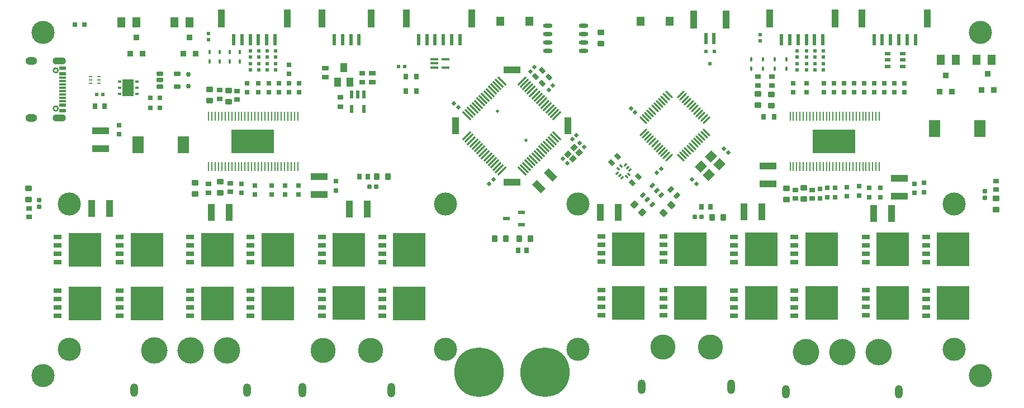
<source format=gtl>
G04*
G04 #@! TF.GenerationSoftware,Altium Limited,Altium Designer,24.0.1 (36)*
G04*
G04 Layer_Physical_Order=1*
G04 Layer_Color=255*
%FSLAX44Y44*%
%MOMM*%
G71*
G04*
G04 #@! TF.SameCoordinates,B4139D88-366C-407F-81F0-E15026D8F30D*
G04*
G04*
G04 #@! TF.FilePolarity,Positive*
G04*
G01*
G75*
%ADD11C,0.2540*%
G04:AMPARAMS|DCode=25|XSize=1mm|YSize=0.9mm|CornerRadius=0.1125mm|HoleSize=0mm|Usage=FLASHONLY|Rotation=270.000|XOffset=0mm|YOffset=0mm|HoleType=Round|Shape=RoundedRectangle|*
%AMROUNDEDRECTD25*
21,1,1.0000,0.6750,0,0,270.0*
21,1,0.7750,0.9000,0,0,270.0*
1,1,0.2250,-0.3375,-0.3875*
1,1,0.2250,-0.3375,0.3875*
1,1,0.2250,0.3375,0.3875*
1,1,0.2250,0.3375,-0.3875*
%
%ADD25ROUNDEDRECTD25*%
%ADD26R,1.0500X0.6000*%
G04:AMPARAMS|DCode=27|XSize=0.58mm|YSize=0.58mm|CornerRadius=0.1508mm|HoleSize=0mm|Usage=FLASHONLY|Rotation=270.000|XOffset=0mm|YOffset=0mm|HoleType=Round|Shape=RoundedRectangle|*
%AMROUNDEDRECTD27*
21,1,0.5800,0.2784,0,0,270.0*
21,1,0.2784,0.5800,0,0,270.0*
1,1,0.3016,-0.1392,-0.1392*
1,1,0.3016,-0.1392,0.1392*
1,1,0.3016,0.1392,0.1392*
1,1,0.3016,0.1392,-0.1392*
%
%ADD27ROUNDEDRECTD27*%
%ADD28R,0.7000X0.8500*%
%ADD29R,1.1000X2.6000*%
%ADD30R,1.2700X1.5240*%
G04:AMPARAMS|DCode=31|XSize=0.4mm|YSize=0.64mm|CornerRadius=0.1mm|HoleSize=0mm|Usage=FLASHONLY|Rotation=0.000|XOffset=0mm|YOffset=0mm|HoleType=Round|Shape=RoundedRectangle|*
%AMROUNDEDRECTD31*
21,1,0.4000,0.4400,0,0,0.0*
21,1,0.2000,0.6400,0,0,0.0*
1,1,0.2000,0.1000,-0.2200*
1,1,0.2000,-0.1000,-0.2200*
1,1,0.2000,-0.1000,0.2200*
1,1,0.2000,0.1000,0.2200*
%
%ADD31ROUNDEDRECTD31*%
%ADD32R,0.8000X0.9500*%
%ADD33R,1.6510X2.5400*%
%ADD34R,0.8000X0.8000*%
%ADD35R,1.0000X1.4000*%
%ADD36R,0.9000X0.9500*%
%ADD37R,0.9000X0.9500*%
G04:AMPARAMS|DCode=40|XSize=0.6mm|YSize=0.6mm|CornerRadius=0.06mm|HoleSize=0mm|Usage=FLASHONLY|Rotation=180.000|XOffset=0mm|YOffset=0mm|HoleType=Round|Shape=RoundedRectangle|*
%AMROUNDEDRECTD40*
21,1,0.6000,0.4800,0,0,180.0*
21,1,0.4800,0.6000,0,0,180.0*
1,1,0.1200,-0.2400,0.2400*
1,1,0.1200,0.2400,0.2400*
1,1,0.1200,0.2400,-0.2400*
1,1,0.1200,-0.2400,-0.2400*
%
%ADD40ROUNDEDRECTD40*%
%ADD41R,1.2300X1.3600*%
%ADD42R,1.2000X0.4000*%
G04:AMPARAMS|DCode=43|XSize=0.3mm|YSize=1.7mm|CornerRadius=0mm|HoleSize=0mm|Usage=FLASHONLY|Rotation=225.000|XOffset=0mm|YOffset=0mm|HoleType=Round|Shape=Rectangle|*
%AMROTATEDRECTD43*
4,1,4,-0.4950,0.7071,0.7071,-0.4950,0.4950,-0.7071,-0.7071,0.4950,-0.4950,0.7071,0.0*
%
%ADD43ROTATEDRECTD43*%

G04:AMPARAMS|DCode=44|XSize=0.3mm|YSize=1.7mm|CornerRadius=0mm|HoleSize=0mm|Usage=FLASHONLY|Rotation=135.000|XOffset=0mm|YOffset=0mm|HoleType=Round|Shape=Rectangle|*
%AMROTATEDRECTD44*
4,1,4,0.7071,0.4950,-0.4950,-0.7071,-0.7071,-0.4950,0.4950,0.7071,0.7071,0.4950,0.0*
%
%ADD44ROTATEDRECTD44*%

%ADD45R,1.0000X2.5000*%
%ADD46R,2.5000X1.0000*%
%ADD47R,0.6000X1.3000*%
G04:AMPARAMS|DCode=48|XSize=0.25mm|YSize=1.55mm|CornerRadius=0mm|HoleSize=0mm|Usage=FLASHONLY|Rotation=225.000|XOffset=0mm|YOffset=0mm|HoleType=Round|Shape=Round|*
%AMOVALD48*
21,1,1.3000,0.2500,0.0000,0.0000,315.0*
1,1,0.2500,-0.4596,0.4596*
1,1,0.2500,0.4596,-0.4596*
%
%ADD48OVALD48*%

G04:AMPARAMS|DCode=49|XSize=0.25mm|YSize=1.55mm|CornerRadius=0mm|HoleSize=0mm|Usage=FLASHONLY|Rotation=135.000|XOffset=0mm|YOffset=0mm|HoleType=Round|Shape=Round|*
%AMOVALD49*
21,1,1.3000,0.2500,0.0000,0.0000,225.0*
1,1,0.2500,0.4596,0.4596*
1,1,0.2500,-0.4596,-0.4596*
%
%ADD49OVALD49*%

%ADD50R,1.7000X2.5000*%
%ADD51R,0.5000X0.4500*%
G04:AMPARAMS|DCode=52|XSize=0.6mm|YSize=1mm|CornerRadius=0.075mm|HoleSize=0mm|Usage=FLASHONLY|Rotation=270.000|XOffset=0mm|YOffset=0mm|HoleType=Round|Shape=RoundedRectangle|*
%AMROUNDEDRECTD52*
21,1,0.6000,0.8500,0,0,270.0*
21,1,0.4500,1.0000,0,0,270.0*
1,1,0.1500,-0.4250,-0.2250*
1,1,0.1500,-0.4250,0.2250*
1,1,0.1500,0.4250,0.2250*
1,1,0.1500,0.4250,-0.2250*
%
%ADD52ROUNDEDRECTD52*%
%ADD53R,0.6000X0.2500*%
%ADD54R,6.4000X3.5999*%
%ADD55R,0.2794X1.4732*%
G04:AMPARAMS|DCode=56|XSize=0.3mm|YSize=0.5mm|CornerRadius=0mm|HoleSize=0mm|Usage=FLASHONLY|Rotation=225.000|XOffset=0mm|YOffset=0mm|HoleType=Round|Shape=Rectangle|*
%AMROTATEDRECTD56*
4,1,4,-0.0707,0.2828,0.2828,-0.0707,0.0707,-0.2828,-0.2828,0.0707,-0.0707,0.2828,0.0*
%
%ADD56ROTATEDRECTD56*%

G04:AMPARAMS|DCode=57|XSize=0.3mm|YSize=0.5mm|CornerRadius=0mm|HoleSize=0mm|Usage=FLASHONLY|Rotation=315.000|XOffset=0mm|YOffset=0mm|HoleType=Round|Shape=Rectangle|*
%AMROTATEDRECTD57*
4,1,4,-0.2828,-0.0707,0.0707,0.2828,0.2828,0.0707,-0.0707,-0.2828,-0.2828,-0.0707,0.0*
%
%ADD57ROTATEDRECTD57*%

%ADD58R,0.6000X1.7000*%
%ADD59R,1.0000X2.8000*%
G04:AMPARAMS|DCode=60|XSize=0.8mm|YSize=0.5mm|CornerRadius=0mm|HoleSize=0mm|Usage=FLASHONLY|Rotation=45.000|XOffset=0mm|YOffset=0mm|HoleType=Round|Shape=Rectangle|*
%AMROTATEDRECTD60*
4,1,4,-0.1061,-0.4596,-0.4596,-0.1061,0.1061,0.4596,0.4596,0.1061,-0.1061,-0.4596,0.0*
%
%ADD60ROTATEDRECTD60*%

%ADD61R,0.9500X0.6000*%
G04:AMPARAMS|DCode=62|XSize=1.8mm|YSize=1mm|CornerRadius=0mm|HoleSize=0mm|Usage=FLASHONLY|Rotation=315.000|XOffset=0mm|YOffset=0mm|HoleType=Round|Shape=Rectangle|*
%AMROTATEDRECTD62*
4,1,4,-0.9900,0.2828,-0.2828,0.9900,0.9900,-0.2828,0.2828,-0.9900,-0.9900,0.2828,0.0*
%
%ADD62ROTATEDRECTD62*%

G04:AMPARAMS|DCode=63|XSize=0.85mm|YSize=0.75mm|CornerRadius=0mm|HoleSize=0mm|Usage=FLASHONLY|Rotation=45.000|XOffset=0mm|YOffset=0mm|HoleType=Round|Shape=Rectangle|*
%AMROTATEDRECTD63*
4,1,4,-0.0354,-0.5657,-0.5657,-0.0354,0.0354,0.5657,0.5657,0.0354,-0.0354,-0.5657,0.0*
%
%ADD63ROTATEDRECTD63*%

G04:AMPARAMS|DCode=64|XSize=1.4mm|YSize=1.2mm|CornerRadius=0mm|HoleSize=0mm|Usage=FLASHONLY|Rotation=45.000|XOffset=0mm|YOffset=0mm|HoleType=Round|Shape=Rectangle|*
%AMROTATEDRECTD64*
4,1,4,-0.0707,-0.9192,-0.9192,-0.0707,0.0707,0.9192,0.9192,0.0707,-0.0707,-0.9192,0.0*
%
%ADD64ROTATEDRECTD64*%

%ADD65R,0.7620X0.7620*%
%ADD66R,0.8500X0.7000*%
G04:AMPARAMS|DCode=67|XSize=0.56mm|YSize=0.51mm|CornerRadius=0mm|HoleSize=0mm|Usage=FLASHONLY|Rotation=45.000|XOffset=0mm|YOffset=0mm|HoleType=Round|Shape=Rectangle|*
%AMROTATEDRECTD67*
4,1,4,-0.0177,-0.3783,-0.3783,-0.0177,0.0177,0.3783,0.3783,0.0177,-0.0177,-0.3783,0.0*
%
%ADD67ROTATEDRECTD67*%

G04:AMPARAMS|DCode=68|XSize=0.89mm|YSize=0.64mm|CornerRadius=0mm|HoleSize=0mm|Usage=FLASHONLY|Rotation=135.000|XOffset=0mm|YOffset=0mm|HoleType=Round|Shape=Rectangle|*
%AMROTATEDRECTD68*
4,1,4,0.5409,-0.0884,0.0884,-0.5409,-0.5409,0.0884,-0.0884,0.5409,0.5409,-0.0884,0.0*
%
%ADD68ROTATEDRECTD68*%

%ADD69R,0.7620X0.7620*%
%ADD70R,1.0000X0.6400*%
G04:AMPARAMS|DCode=71|XSize=1mm|YSize=0.9mm|CornerRadius=0.1125mm|HoleSize=0mm|Usage=FLASHONLY|Rotation=180.000|XOffset=0mm|YOffset=0mm|HoleType=Round|Shape=RoundedRectangle|*
%AMROUNDEDRECTD71*
21,1,1.0000,0.6750,0,0,180.0*
21,1,0.7750,0.9000,0,0,180.0*
1,1,0.2250,-0.3875,0.3375*
1,1,0.2250,0.3875,0.3375*
1,1,0.2250,0.3875,-0.3375*
1,1,0.2250,-0.3875,-0.3375*
%
%ADD71ROUNDEDRECTD71*%
G04:AMPARAMS|DCode=72|XSize=0.56mm|YSize=0.51mm|CornerRadius=0mm|HoleSize=0mm|Usage=FLASHONLY|Rotation=135.000|XOffset=0mm|YOffset=0mm|HoleType=Round|Shape=Rectangle|*
%AMROTATEDRECTD72*
4,1,4,0.3783,-0.0177,0.0177,-0.3783,-0.3783,0.0177,-0.0177,0.3783,0.3783,-0.0177,0.0*
%
%ADD72ROTATEDRECTD72*%

%ADD73R,2.6000X1.1000*%
%ADD74R,0.6400X0.8900*%
%ADD75R,0.5100X0.5600*%
%ADD76O,1.4500X0.6000*%
%ADD77R,0.8900X0.6400*%
G04:AMPARAMS|DCode=78|XSize=0.85mm|YSize=0.7mm|CornerRadius=0mm|HoleSize=0mm|Usage=FLASHONLY|Rotation=315.000|XOffset=0mm|YOffset=0mm|HoleType=Round|Shape=Rectangle|*
%AMROTATEDRECTD78*
4,1,4,-0.5480,0.0530,-0.0530,0.5480,0.5480,-0.0530,0.0530,-0.5480,-0.5480,0.0530,0.0*
%
%ADD78ROTATEDRECTD78*%

G04:AMPARAMS|DCode=79|XSize=0.85mm|YSize=0.7mm|CornerRadius=0mm|HoleSize=0mm|Usage=FLASHONLY|Rotation=45.000|XOffset=0mm|YOffset=0mm|HoleType=Round|Shape=Rectangle|*
%AMROTATEDRECTD79*
4,1,4,-0.0530,-0.5480,-0.5480,-0.0530,0.0530,0.5480,0.5480,0.0530,-0.0530,-0.5480,0.0*
%
%ADD79ROTATEDRECTD79*%

G04:AMPARAMS|DCode=80|XSize=0.6mm|YSize=0.6mm|CornerRadius=0.06mm|HoleSize=0mm|Usage=FLASHONLY|Rotation=270.000|XOffset=0mm|YOffset=0mm|HoleType=Round|Shape=RoundedRectangle|*
%AMROUNDEDRECTD80*
21,1,0.6000,0.4800,0,0,270.0*
21,1,0.4800,0.6000,0,0,270.0*
1,1,0.1200,-0.2400,-0.2400*
1,1,0.1200,-0.2400,0.2400*
1,1,0.1200,0.2400,0.2400*
1,1,0.1200,0.2400,-0.2400*
%
%ADD80ROUNDEDRECTD80*%
G04:AMPARAMS|DCode=81|XSize=1mm|YSize=0.9mm|CornerRadius=0.1125mm|HoleSize=0mm|Usage=FLASHONLY|Rotation=315.000|XOffset=0mm|YOffset=0mm|HoleType=Round|Shape=RoundedRectangle|*
%AMROUNDEDRECTD81*
21,1,1.0000,0.6750,0,0,315.0*
21,1,0.7750,0.9000,0,0,315.0*
1,1,0.2250,0.0354,-0.5127*
1,1,0.2250,-0.5127,0.0354*
1,1,0.2250,-0.0354,0.5127*
1,1,0.2250,0.5127,-0.0354*
%
%ADD81ROUNDEDRECTD81*%
G04:AMPARAMS|DCode=82|XSize=1mm|YSize=0.9mm|CornerRadius=0.1125mm|HoleSize=0mm|Usage=FLASHONLY|Rotation=225.000|XOffset=0mm|YOffset=0mm|HoleType=Round|Shape=RoundedRectangle|*
%AMROUNDEDRECTD82*
21,1,1.0000,0.6750,0,0,225.0*
21,1,0.7750,0.9000,0,0,225.0*
1,1,0.2250,-0.5127,-0.0354*
1,1,0.2250,0.0354,0.5127*
1,1,0.2250,0.5127,0.0354*
1,1,0.2250,-0.0354,-0.5127*
%
%ADD82ROUNDEDRECTD82*%
%ADD130R,0.6000X0.5500*%
%ADD153R,1.2700X0.7620*%
%ADD154R,5.0000X5.1999*%
%ADD155C,0.7620*%
%ADD156R,1.1000X0.5500*%
%ADD157R,1.1000X0.3000*%
%ADD158C,3.8000*%
%ADD159O,1.2000X2.2000*%
%ADD160C,7.5000*%
%ADD161C,0.5000*%
%ADD162O,1.2000X2.0000*%
%ADD163C,4.0000*%
%ADD164O,1.8000X1.2000*%
%ADD165O,2.0000X1.1000*%
%ADD166C,0.7000*%
%ADD167C,3.5000*%
D11*
X62799Y444648D02*
G03*
X62799Y444648I-3500J0D01*
G01*
X62799Y502449D02*
G03*
X62799Y502449I-3500J0D01*
G01*
D25*
X741290Y247650D02*
D03*
X724290D02*
D03*
X761120D02*
D03*
X778120D02*
D03*
X1070400Y279746D02*
D03*
X562220Y341630D02*
D03*
X545220D02*
D03*
X1053400Y279746D02*
D03*
D26*
X741610Y278130D02*
D03*
X764610Y287630D02*
D03*
Y268630D02*
D03*
D27*
X1126490Y556260D02*
D03*
X1126490Y547060D02*
D03*
X1182370Y531650D02*
D03*
Y522450D02*
D03*
X392430Y503400D02*
D03*
X379730Y503400D02*
D03*
X367030Y503400D02*
D03*
X354330D02*
D03*
X1221740Y503400D02*
D03*
X1209040D02*
D03*
X1196340D02*
D03*
X1182370D02*
D03*
X290830Y558320D02*
D03*
Y549120D02*
D03*
X1196340Y512600D02*
D03*
Y522450D02*
D03*
X1182370Y512600D02*
D03*
X1209040Y512600D02*
D03*
Y522450D02*
D03*
X1221740Y512600D02*
D03*
Y522450D02*
D03*
X367030Y512600D02*
D03*
Y522450D02*
D03*
X354330Y512600D02*
D03*
Y522450D02*
D03*
X379730Y512600D02*
D03*
Y522450D02*
D03*
X392430Y512600D02*
D03*
X392430Y522450D02*
D03*
X392430Y531650D02*
D03*
X379730Y531650D02*
D03*
X367030Y531650D02*
D03*
X354330D02*
D03*
X1221740D02*
D03*
X1209040Y531650D02*
D03*
X1196340Y531650D02*
D03*
D28*
X759310Y229870D02*
D03*
X772310D02*
D03*
X1050538Y295884D02*
D03*
X519280Y341630D02*
D03*
X532280D02*
D03*
X1037538Y295884D02*
D03*
D29*
X1324940Y285750D02*
D03*
X1297940D02*
D03*
X113500Y293370D02*
D03*
X140500D02*
D03*
X322110Y287020D02*
D03*
X530860Y292100D02*
D03*
X884390Y287020D02*
D03*
X1101560Y288290D02*
D03*
X295110Y287020D02*
D03*
X503860Y292100D02*
D03*
X911390Y287020D02*
D03*
X1128560Y288290D02*
D03*
D30*
X181430Y575000D02*
D03*
X158570D02*
D03*
X238570D02*
D03*
X261430D02*
D03*
X1454150Y518160D02*
D03*
X1477010D02*
D03*
X1399540D02*
D03*
X1422400D02*
D03*
D31*
X1112520Y504510D02*
D03*
X1112520Y519110D02*
D03*
X1130300Y519110D02*
D03*
Y504510D02*
D03*
X337820Y515940D02*
D03*
X322580Y515940D02*
D03*
X307340Y515940D02*
D03*
X292100D02*
D03*
X1165860Y504510D02*
D03*
X1148080Y504510D02*
D03*
Y519110D02*
D03*
X1165860Y519110D02*
D03*
X307340Y530540D02*
D03*
X292100Y530540D02*
D03*
X322580D02*
D03*
X337820D02*
D03*
D32*
X1131190Y431800D02*
D03*
X1147190D02*
D03*
X589170Y492760D02*
D03*
X605170D02*
D03*
X589170Y471170D02*
D03*
X605170D02*
D03*
D33*
X184150Y389890D02*
D03*
X252730D02*
D03*
X1390650Y414020D02*
D03*
X1459230D02*
D03*
D34*
X87870Y571500D02*
D03*
X102870D02*
D03*
D35*
X495300Y506300D02*
D03*
X504800Y484300D02*
D03*
X485800D02*
D03*
D36*
X191110Y527500D02*
D03*
X271120Y527500D02*
D03*
X1480160Y472640D02*
D03*
X1416660Y470100D02*
D03*
D37*
X181610Y552500D02*
D03*
X172110Y527500D02*
D03*
X252120Y527500D02*
D03*
X261620Y552500D02*
D03*
X1461160Y472640D02*
D03*
X1470660Y497640D02*
D03*
X1397660Y470100D02*
D03*
X1407160Y495100D02*
D03*
D40*
X34290Y295990D02*
D03*
Y305990D02*
D03*
X1466850Y309400D02*
D03*
Y319400D02*
D03*
D41*
X945492Y576798D02*
D03*
X989191D02*
D03*
X776383Y576952D02*
D03*
X732685D02*
D03*
D42*
X632850Y519580D02*
D03*
X632850Y513080D02*
D03*
X632850Y506580D02*
D03*
X649850D02*
D03*
Y519580D02*
D03*
D43*
X772274Y357085D02*
D03*
X775809Y360621D02*
D03*
X779345Y364156D02*
D03*
X782880Y367692D02*
D03*
X786416Y371227D02*
D03*
X797023Y381834D02*
D03*
X804094Y388905D02*
D03*
X807629Y392441D02*
D03*
X811165Y395976D02*
D03*
X814700Y399512D02*
D03*
X818236Y403047D02*
D03*
X734797Y486486D02*
D03*
X731262Y482950D02*
D03*
X727726Y479415D02*
D03*
X724191Y475879D02*
D03*
X720655Y472344D02*
D03*
X717120Y468808D02*
D03*
X713584Y465273D02*
D03*
X710049Y461737D02*
D03*
X706513Y458201D02*
D03*
X702977Y454666D02*
D03*
X699442Y451130D02*
D03*
X695906Y447595D02*
D03*
X692371Y444059D02*
D03*
X688835Y440524D02*
D03*
X685300Y436988D02*
D03*
X681764Y433453D02*
D03*
X793487Y378298D02*
D03*
X800558Y385369D02*
D03*
X789952Y374763D02*
D03*
X768738Y353550D02*
D03*
X765203Y350014D02*
D03*
D44*
X818236Y433453D02*
D03*
X814700Y436988D02*
D03*
X811165Y440524D02*
D03*
X807629Y444059D02*
D03*
X804094Y447595D02*
D03*
X800558Y451130D02*
D03*
X797023Y454666D02*
D03*
X793487Y458201D02*
D03*
X789952Y461737D02*
D03*
X786416Y465273D02*
D03*
X782880Y468808D02*
D03*
X779345Y472344D02*
D03*
X768738Y482950D02*
D03*
X765203Y486486D02*
D03*
X688835Y395976D02*
D03*
X692371Y392441D02*
D03*
X695906Y388905D02*
D03*
X699442Y385369D02*
D03*
X702977Y381834D02*
D03*
X706513Y378298D02*
D03*
X710049Y374763D02*
D03*
X713584Y371227D02*
D03*
X717120Y367692D02*
D03*
X724191Y360621D02*
D03*
X727726Y357085D02*
D03*
X731262Y353550D02*
D03*
X734797Y350014D02*
D03*
X685300Y399512D02*
D03*
X775809Y475879D02*
D03*
X772274Y479415D02*
D03*
X720655Y364156D02*
D03*
X681764Y403047D02*
D03*
D45*
X665147Y418250D02*
D03*
X834853D02*
D03*
D46*
X750000Y333397D02*
D03*
Y503103D02*
D03*
D47*
X526390Y465660D02*
D03*
X516890Y465660D02*
D03*
X507390D02*
D03*
X507390Y443660D02*
D03*
X526390Y443660D02*
D03*
D48*
X1005966Y369924D02*
D03*
X1009501Y373459D02*
D03*
X1013037Y376995D02*
D03*
X1016572Y380530D02*
D03*
X1020108Y384066D02*
D03*
X1023643Y387601D02*
D03*
X1027179Y391137D02*
D03*
X1030714Y394672D02*
D03*
X1034250Y398208D02*
D03*
X1037785Y401743D02*
D03*
X1041321Y405279D02*
D03*
X1044856Y408814D02*
D03*
X987934Y465737D02*
D03*
X984399Y462201D02*
D03*
X980863Y458665D02*
D03*
X977328Y455130D02*
D03*
X973792Y451594D02*
D03*
X970257Y448059D02*
D03*
X966721Y444523D02*
D03*
X963186Y440988D02*
D03*
X959650Y437452D02*
D03*
X956115Y433917D02*
D03*
X952579Y430381D02*
D03*
X949044Y426846D02*
D03*
D49*
X1044856D02*
D03*
X1041321Y430381D02*
D03*
X1037785Y433917D02*
D03*
X1034250Y437452D02*
D03*
X1030714Y440988D02*
D03*
X1027179Y444523D02*
D03*
X1023643Y448059D02*
D03*
X1020108Y451594D02*
D03*
X1016572Y455130D02*
D03*
X1013037Y458665D02*
D03*
X1009501Y462201D02*
D03*
X1005966Y465737D02*
D03*
X949044Y408814D02*
D03*
X952579Y405279D02*
D03*
X956115Y401743D02*
D03*
X959650Y398208D02*
D03*
X963186Y394672D02*
D03*
X966721Y391137D02*
D03*
X970257Y387601D02*
D03*
X973792Y384066D02*
D03*
X977328Y380530D02*
D03*
X980863Y376995D02*
D03*
X984399Y373459D02*
D03*
X987934Y369924D02*
D03*
D50*
X168910Y476250D02*
D03*
D51*
X155910Y466750D02*
D03*
Y476250D02*
D03*
X155910Y485750D02*
D03*
X181910D02*
D03*
X181910Y476250D02*
D03*
Y466750D02*
D03*
D52*
X242870Y497180D02*
D03*
X216870Y478180D02*
D03*
X216870Y487680D02*
D03*
X216870Y497180D02*
D03*
X242870Y478180D02*
D03*
D53*
X111610Y482680D02*
D03*
Y487680D02*
D03*
Y492680D02*
D03*
X124610D02*
D03*
Y487680D02*
D03*
Y482680D02*
D03*
D54*
X357686Y394565D02*
D03*
X1238380Y394590D02*
D03*
D55*
X426004Y356490D02*
D03*
X421006D02*
D03*
X416004D02*
D03*
X411000D02*
D03*
X405997D02*
D03*
X400993D02*
D03*
X395989D02*
D03*
X390985D02*
D03*
X385981Y356490D02*
D03*
X380978Y356490D02*
D03*
X375974D02*
D03*
X370970D02*
D03*
X365966D02*
D03*
X360962D02*
D03*
X355959D02*
D03*
X350955D02*
D03*
X345951D02*
D03*
X340947D02*
D03*
X335943D02*
D03*
X330940D02*
D03*
X325936D02*
D03*
X320932D02*
D03*
X315928D02*
D03*
X310924D02*
D03*
X305921D02*
D03*
X300917D02*
D03*
X295918D02*
D03*
X290917D02*
D03*
X290917Y432690D02*
D03*
X295918Y432690D02*
D03*
X300917Y432690D02*
D03*
X305921D02*
D03*
X310924D02*
D03*
X315928D02*
D03*
X320932D02*
D03*
X325936D02*
D03*
X330940D02*
D03*
X335943D02*
D03*
X340947D02*
D03*
X345951Y432690D02*
D03*
X350955D02*
D03*
X355959D02*
D03*
X360962D02*
D03*
X365966D02*
D03*
X370970D02*
D03*
X375974D02*
D03*
X380978D02*
D03*
X385981Y432690D02*
D03*
X390985D02*
D03*
X395989D02*
D03*
X400993D02*
D03*
X405997D02*
D03*
X411000D02*
D03*
X416004D02*
D03*
X421006D02*
D03*
X426004D02*
D03*
X1306698Y432715D02*
D03*
X1301700D02*
D03*
X1296698D02*
D03*
X1291695D02*
D03*
X1286691D02*
D03*
X1281687D02*
D03*
X1276683D02*
D03*
X1271679D02*
D03*
X1266676D02*
D03*
X1261672Y432715D02*
D03*
X1256668D02*
D03*
X1251664D02*
D03*
X1246660D02*
D03*
X1241657D02*
D03*
X1236653D02*
D03*
X1231649D02*
D03*
X1226645D02*
D03*
X1221641Y432715D02*
D03*
X1216638D02*
D03*
X1211634D02*
D03*
X1206630D02*
D03*
X1201626D02*
D03*
X1196622D02*
D03*
X1191619D02*
D03*
X1186615D02*
D03*
X1181611D02*
D03*
X1176612Y432715D02*
D03*
X1171611Y432715D02*
D03*
X1171611Y356515D02*
D03*
X1176612D02*
D03*
X1181611D02*
D03*
X1186615D02*
D03*
X1191619D02*
D03*
X1196622D02*
D03*
X1201626D02*
D03*
X1206630D02*
D03*
X1211634D02*
D03*
X1216638D02*
D03*
X1221641D02*
D03*
X1226645D02*
D03*
X1231649D02*
D03*
X1236653D02*
D03*
X1241657D02*
D03*
X1246660D02*
D03*
X1251664D02*
D03*
X1256668D02*
D03*
X1261672D02*
D03*
X1266676D02*
D03*
X1271679D02*
D03*
X1276683D02*
D03*
X1281687D02*
D03*
X1286691D02*
D03*
X1291695D02*
D03*
X1296698D02*
D03*
X1301700D02*
D03*
X1306698D02*
D03*
D56*
X927408Y344857D02*
D03*
X911552Y353643D02*
D03*
X915087Y357178D02*
D03*
X923873Y341322D02*
D03*
D57*
X925626Y355396D02*
D03*
X913334Y343104D02*
D03*
X909798Y346640D02*
D03*
X922090Y358932D02*
D03*
X929161Y351861D02*
D03*
X916869Y339569D02*
D03*
D58*
X1311248Y549249D02*
D03*
X1348752D02*
D03*
X1336252Y549249D02*
D03*
X1323750D02*
D03*
X1298752D02*
D03*
X1361251D02*
D03*
X518750D02*
D03*
X506251D02*
D03*
X493752D02*
D03*
X481250D02*
D03*
X633750D02*
D03*
X646252D02*
D03*
X658752Y549249D02*
D03*
X671251Y549249D02*
D03*
X621248Y549249D02*
D03*
X608752Y549249D02*
D03*
X1043750Y550499D02*
D03*
X1056250D02*
D03*
X341249Y549249D02*
D03*
X1171248Y549249D02*
D03*
X353750Y549249D02*
D03*
X366252D02*
D03*
X378752D02*
D03*
X391251Y549249D02*
D03*
X328752Y549249D02*
D03*
X1183750D02*
D03*
X1196252D02*
D03*
X1208752Y549249D02*
D03*
X1221251Y549249D02*
D03*
X1158752D02*
D03*
D59*
X1379750Y580751D02*
D03*
X1280250D02*
D03*
X462751D02*
D03*
X537249D02*
D03*
X689750D02*
D03*
X590250D02*
D03*
X1025249Y579498D02*
D03*
X1074749D02*
D03*
X310250Y580751D02*
D03*
X409750D02*
D03*
X1140250D02*
D03*
X1239750D02*
D03*
D60*
X948518Y313690D02*
D03*
X962660Y299548D02*
D03*
X976803Y313690D02*
D03*
X962660Y327832D02*
D03*
X969731Y320761D02*
D03*
X955589Y306619D02*
D03*
D61*
X1319710Y527660D02*
D03*
Y508660D02*
D03*
X1342210Y527660D02*
D03*
Y508660D02*
D03*
Y518160D02*
D03*
X1319710D02*
D03*
D62*
X791391Y326061D02*
D03*
X809069Y343739D02*
D03*
D63*
X842349Y368325D02*
D03*
X851895Y377871D02*
D03*
X844471Y385295D02*
D03*
X834925Y375749D02*
D03*
D64*
X1048700Y344175D02*
D03*
X1051880Y372105D02*
D03*
X1036325Y356550D02*
D03*
X1064255Y359730D02*
D03*
D65*
X1299210Y483235D02*
D03*
Y469265D02*
D03*
X1314450Y483235D02*
D03*
Y469265D02*
D03*
X1329690Y469265D02*
D03*
Y483235D02*
D03*
X1344930Y469265D02*
D03*
Y483235D02*
D03*
X1276350Y327025D02*
D03*
Y313055D02*
D03*
X1283970Y469265D02*
D03*
Y483235D02*
D03*
X340360Y330835D02*
D03*
Y316865D02*
D03*
X365760Y483235D02*
D03*
Y469265D02*
D03*
X360680Y328295D02*
D03*
Y314325D02*
D03*
X426720Y328295D02*
D03*
Y314325D02*
D03*
X154940Y419735D02*
D03*
Y405765D02*
D03*
X349250Y483235D02*
D03*
Y469265D02*
D03*
X397510Y469265D02*
D03*
Y483235D02*
D03*
X382270Y469265D02*
D03*
Y483235D02*
D03*
X386080Y328295D02*
D03*
Y314325D02*
D03*
X406400Y328295D02*
D03*
Y314325D02*
D03*
X412750Y469265D02*
D03*
Y483235D02*
D03*
Y497205D02*
D03*
Y511175D02*
D03*
X427990Y483235D02*
D03*
Y469265D02*
D03*
X1257300Y325755D02*
D03*
Y311785D02*
D03*
X1239520Y324485D02*
D03*
Y310515D02*
D03*
X1291590D02*
D03*
Y324485D02*
D03*
X1360170Y330835D02*
D03*
Y316865D02*
D03*
X1308100Y324485D02*
D03*
Y310515D02*
D03*
X1374140Y332105D02*
D03*
Y318135D02*
D03*
X1176020Y469265D02*
D03*
Y483235D02*
D03*
X1196340Y469265D02*
D03*
Y483235D02*
D03*
X1223010Y483235D02*
D03*
Y469265D02*
D03*
X483870Y334645D02*
D03*
Y320675D02*
D03*
X1238250Y469265D02*
D03*
Y483235D02*
D03*
X1216660Y308610D02*
D03*
Y322580D02*
D03*
X1228090Y324485D02*
D03*
Y310515D02*
D03*
X1268730Y483235D02*
D03*
Y469265D02*
D03*
X1253490Y483235D02*
D03*
Y469265D02*
D03*
D66*
X1205230Y308460D02*
D03*
Y321460D02*
D03*
X1179830Y308460D02*
D03*
Y321460D02*
D03*
X334010Y458320D02*
D03*
Y471320D02*
D03*
X307340Y459590D02*
D03*
Y472590D02*
D03*
X290830Y330350D02*
D03*
Y317350D02*
D03*
X323850Y318620D02*
D03*
Y331620D02*
D03*
X1144270Y492910D02*
D03*
Y479910D02*
D03*
X1122680Y492910D02*
D03*
Y479910D02*
D03*
X1483360Y334790D02*
D03*
X19050Y280520D02*
D03*
X19050Y293520D02*
D03*
X1483360Y321790D02*
D03*
D67*
X827528Y368562D02*
D03*
X833892Y362198D02*
D03*
X859292Y386328D02*
D03*
X852928Y392692D02*
D03*
X930268Y445142D02*
D03*
X936632Y438778D02*
D03*
X662298Y452762D02*
D03*
X668662Y446398D02*
D03*
X1022978Y337192D02*
D03*
X1077602Y377818D02*
D03*
X1071238Y384182D02*
D03*
X1029342Y330828D02*
D03*
D68*
X806320Y492630D02*
D03*
X796420Y482730D02*
D03*
X796160Y502790D02*
D03*
X786260Y492890D02*
D03*
D69*
X216535Y461010D02*
D03*
X202565Y461010D02*
D03*
X216535D02*
D03*
X202565D02*
D03*
X216535Y445770D02*
D03*
X202565D02*
D03*
D70*
X467360Y506110D02*
D03*
Y492110D02*
D03*
X538480Y484490D02*
D03*
Y498490D02*
D03*
D71*
X308610Y333620D02*
D03*
Y316620D02*
D03*
X270510Y332350D02*
D03*
Y315350D02*
D03*
X292100Y456320D02*
D03*
Y473320D02*
D03*
X321310Y455050D02*
D03*
Y472050D02*
D03*
X885190Y559680D02*
D03*
Y542680D02*
D03*
X1143000Y448700D02*
D03*
Y465700D02*
D03*
X1165860Y323460D02*
D03*
Y306460D02*
D03*
X1192530Y324730D02*
D03*
Y307730D02*
D03*
X1122680Y449970D02*
D03*
Y466970D02*
D03*
X1483360Y291850D02*
D03*
X17780Y323460D02*
D03*
Y306460D02*
D03*
X1483360Y308850D02*
D03*
D72*
X969638Y347338D02*
D03*
X976002Y353702D02*
D03*
X805808Y473068D02*
D03*
X812172Y479432D02*
D03*
X841368Y398138D02*
D03*
X847732Y404502D02*
D03*
X784232Y507372D02*
D03*
X777868Y501008D02*
D03*
X715638Y330828D02*
D03*
X722002Y337192D02*
D03*
D73*
X458470Y341160D02*
D03*
Y314160D02*
D03*
X127000Y411010D02*
D03*
Y384010D02*
D03*
X1137920Y357670D02*
D03*
Y330670D02*
D03*
X1337310Y338620D02*
D03*
Y311620D02*
D03*
D74*
X118730Y448310D02*
D03*
X132730Y448310D02*
D03*
D75*
X130230Y466090D02*
D03*
X121230Y466090D02*
D03*
X578700Y508000D02*
D03*
X587700D02*
D03*
D76*
X859100Y532130D02*
D03*
Y544830D02*
D03*
Y557530D02*
D03*
X804600Y544830D02*
D03*
X804600Y557530D02*
D03*
X804600Y532130D02*
D03*
X859100Y570230D02*
D03*
X804600D02*
D03*
D77*
X523240Y484490D02*
D03*
Y498490D02*
D03*
X490220Y447660D02*
D03*
Y461660D02*
D03*
D78*
X932664Y331954D02*
D03*
X900914Y362434D02*
D03*
X941856Y341146D02*
D03*
X910106Y371626D02*
D03*
D79*
X1000276Y312904D02*
D03*
X991084Y322096D02*
D03*
D80*
X1027608Y280644D02*
D03*
X544830Y326390D02*
D03*
X534830D02*
D03*
X1037608Y280644D02*
D03*
D81*
X979510Y286090D02*
D03*
X991530Y298110D02*
D03*
D82*
X935399Y299041D02*
D03*
X947420Y287020D02*
D03*
D130*
X1050290Y512720D02*
D03*
X1043790Y531220D02*
D03*
X1056790D02*
D03*
D153*
X156210Y130810D02*
D03*
Y143510D02*
D03*
Y156210D02*
D03*
Y168910D02*
D03*
X1377480Y131010D02*
D03*
Y143710D02*
D03*
Y156410D02*
D03*
Y169110D02*
D03*
X1286040Y212290D02*
D03*
Y224990D02*
D03*
Y237690D02*
D03*
Y250390D02*
D03*
Y131210D02*
D03*
Y143910D02*
D03*
Y156610D02*
D03*
Y169310D02*
D03*
X1377480Y212290D02*
D03*
Y224990D02*
D03*
Y237690D02*
D03*
Y250390D02*
D03*
X1086650Y212290D02*
D03*
Y224990D02*
D03*
Y237690D02*
D03*
Y250390D02*
D03*
Y131010D02*
D03*
Y143710D02*
D03*
Y156410D02*
D03*
Y169110D02*
D03*
X979500Y212490D02*
D03*
Y225190D02*
D03*
Y237890D02*
D03*
Y250590D02*
D03*
X979500Y131210D02*
D03*
Y143910D02*
D03*
X979500Y156610D02*
D03*
X979500Y169310D02*
D03*
X885520Y212490D02*
D03*
X885520Y225190D02*
D03*
Y237890D02*
D03*
X885520Y250590D02*
D03*
Y131210D02*
D03*
X885520Y143910D02*
D03*
Y156610D02*
D03*
X885520Y169310D02*
D03*
X1178090Y212290D02*
D03*
Y224990D02*
D03*
Y237690D02*
D03*
Y250390D02*
D03*
Y131010D02*
D03*
Y143710D02*
D03*
Y156410D02*
D03*
Y169110D02*
D03*
X354330Y250190D02*
D03*
Y237490D02*
D03*
Y224790D02*
D03*
X354330Y168910D02*
D03*
X354330Y156210D02*
D03*
Y143510D02*
D03*
X553720Y250190D02*
D03*
X553720Y237490D02*
D03*
X553720Y224790D02*
D03*
X553720Y168910D02*
D03*
X553720Y156210D02*
D03*
X553720Y143510D02*
D03*
X62230Y250190D02*
D03*
Y237490D02*
D03*
Y224790D02*
D03*
Y168910D02*
D03*
Y156210D02*
D03*
X62230Y143510D02*
D03*
X262890Y250190D02*
D03*
Y237490D02*
D03*
Y224790D02*
D03*
Y168910D02*
D03*
Y156210D02*
D03*
Y143510D02*
D03*
X462280Y250190D02*
D03*
Y237490D02*
D03*
Y224790D02*
D03*
Y169110D02*
D03*
Y156410D02*
D03*
Y143710D02*
D03*
X156210Y250190D02*
D03*
Y237490D02*
D03*
Y224790D02*
D03*
X62230Y130810D02*
D03*
Y212090D02*
D03*
X262890Y130810D02*
D03*
Y212090D02*
D03*
X462280Y131010D02*
D03*
Y212090D02*
D03*
X156210Y212090D02*
D03*
X354330Y130810D02*
D03*
X354330Y212090D02*
D03*
X553720Y130810D02*
D03*
X553720Y212090D02*
D03*
D154*
X197320Y149660D02*
D03*
X1418590Y149860D02*
D03*
X1327150Y231140D02*
D03*
Y150060D02*
D03*
X1418590Y231140D02*
D03*
X1127760D02*
D03*
Y149860D02*
D03*
X1020610Y231340D02*
D03*
X1020610Y150060D02*
D03*
X926630Y231340D02*
D03*
Y150060D02*
D03*
X1219200Y231140D02*
D03*
Y149860D02*
D03*
X197320Y230940D02*
D03*
X395440Y230940D02*
D03*
X395440Y149660D02*
D03*
X594830Y230940D02*
D03*
X594830Y149660D02*
D03*
X503390Y230940D02*
D03*
Y149860D02*
D03*
X304000Y230940D02*
D03*
Y149660D02*
D03*
X103340Y230940D02*
D03*
X103340Y149660D02*
D03*
D155*
X260350Y478790D02*
D03*
Y496570D02*
D03*
D156*
X70000Y441550D02*
D03*
Y449548D02*
D03*
Y497549D02*
D03*
Y505550D02*
D03*
D157*
Y456048D02*
D03*
Y461049D02*
D03*
Y466050D02*
D03*
Y471049D02*
D03*
Y476050D02*
D03*
Y481049D02*
D03*
Y486048D02*
D03*
Y491049D02*
D03*
D158*
X464190Y77780D02*
D03*
X536189Y77780D02*
D03*
X1050539Y82860D02*
D03*
X978540D02*
D03*
D159*
X432689Y17780D02*
D03*
X567690D02*
D03*
X1082040Y22860D02*
D03*
X947039D02*
D03*
D160*
X700000Y45000D02*
D03*
X800000Y45000D02*
D03*
D161*
X728080Y440170D02*
D03*
X771920Y396330D02*
D03*
D162*
X178253Y17780D02*
D03*
X349251D02*
D03*
X1336449Y15720D02*
D03*
X1165451D02*
D03*
D163*
X208754Y77780D02*
D03*
X263752D02*
D03*
X318753Y77780D02*
D03*
X1195951Y75720D02*
D03*
X1250950D02*
D03*
X1305951D02*
D03*
D164*
X22499Y430300D02*
D03*
Y516800D02*
D03*
D165*
X64501Y430300D02*
D03*
X64501Y516800D02*
D03*
D166*
X680201Y64799D02*
D03*
X700000Y73000D02*
D03*
X672000Y45000D02*
D03*
X719799Y64799D02*
D03*
X728000Y45000D02*
D03*
X680201Y25201D02*
D03*
X700000Y17000D02*
D03*
X719799Y25201D02*
D03*
X819799D02*
D03*
X800000Y17000D02*
D03*
X780201Y25201D02*
D03*
X828000Y45000D02*
D03*
X819799Y64799D02*
D03*
X772000Y45000D02*
D03*
X800000Y73000D02*
D03*
X780201Y64799D02*
D03*
D167*
X850000Y300000D02*
D03*
X40000Y560000D02*
D03*
X1460000D02*
D03*
X1420000Y80000D02*
D03*
Y300000D02*
D03*
X850000Y80000D02*
D03*
X650000D02*
D03*
Y300000D02*
D03*
X80000Y80000D02*
D03*
Y300000D02*
D03*
X1460000Y40000D02*
D03*
X40000D02*
D03*
M02*

</source>
